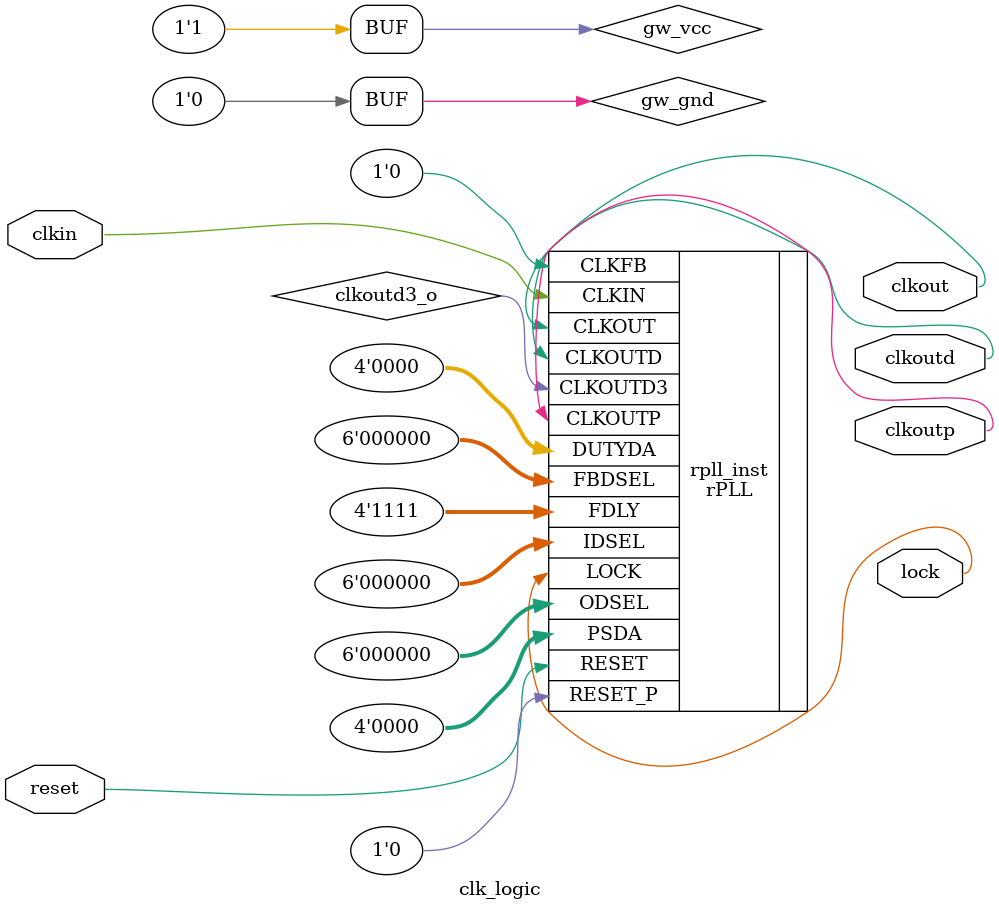
<source format=v>

module clk_logic (clkout, lock, clkoutp, clkoutd, reset, clkin);

output clkout;
output lock;
output clkoutp;
output clkoutd;
input reset;
input clkin;

wire clkoutd3_o;
wire gw_vcc;
wire gw_gnd;

assign gw_vcc = 1'b1;
assign gw_gnd = 1'b0;

rPLL rpll_inst (
    .CLKOUT(clkout),
    .LOCK(lock),
    .CLKOUTP(clkoutp),
    .CLKOUTD(clkoutd),
    .CLKOUTD3(clkoutd3_o),
    .RESET(reset),
    .RESET_P(gw_gnd),
    .CLKIN(clkin),
    .CLKFB(gw_gnd),
    .FBDSEL({gw_gnd,gw_gnd,gw_gnd,gw_gnd,gw_gnd,gw_gnd}),
    .IDSEL({gw_gnd,gw_gnd,gw_gnd,gw_gnd,gw_gnd,gw_gnd}),
    .ODSEL({gw_gnd,gw_gnd,gw_gnd,gw_gnd,gw_gnd,gw_gnd}),
    .PSDA({gw_gnd,gw_gnd,gw_gnd,gw_gnd}),
    .DUTYDA({gw_gnd,gw_gnd,gw_gnd,gw_gnd}),
    .FDLY({gw_vcc,gw_vcc,gw_vcc,gw_vcc})
);

defparam rpll_inst.FCLKIN = "27";
defparam rpll_inst.DYN_IDIV_SEL = "false";
defparam rpll_inst.IDIV_SEL = 0;
defparam rpll_inst.DYN_FBDIV_SEL = "false";
defparam rpll_inst.FBDIV_SEL = 1;
defparam rpll_inst.DYN_ODIV_SEL = "false";
defparam rpll_inst.ODIV_SEL = 16;
defparam rpll_inst.PSDA_SEL = "1000";
defparam rpll_inst.DYN_DA_EN = "false";
defparam rpll_inst.DUTYDA_SEL = "1000";
defparam rpll_inst.CLKOUT_FT_DIR = 1'b1;
defparam rpll_inst.CLKOUTP_FT_DIR = 1'b1;
defparam rpll_inst.CLKOUT_DLY_STEP = 0;
defparam rpll_inst.CLKOUTP_DLY_STEP = 0;
defparam rpll_inst.CLKFB_SEL = "internal";
defparam rpll_inst.CLKOUT_BYPASS = "false";
defparam rpll_inst.CLKOUTP_BYPASS = "false";
defparam rpll_inst.CLKOUTD_BYPASS = "false";
defparam rpll_inst.DYN_SDIV_SEL = 2;
defparam rpll_inst.CLKOUTD_SRC = "CLKOUT";
defparam rpll_inst.CLKOUTD3_SRC = "CLKOUT";
defparam rpll_inst.DEVICE = "GW2AR-18C";

endmodule //clk_logic

</source>
